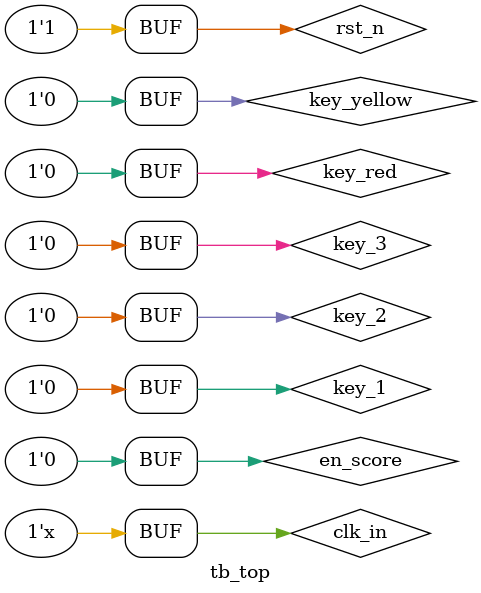
<source format=v>
module tb_top;
// Inputs
reg rst_n;
reg clk_in;
reg en_score;
wire clk_out;
reg key_1;
reg key_2;
reg key_3;
reg key_yellow;
reg key_red;

wire [7:0] dis_sel;
wire [3:0] dis_shu; 
wire [6:0] dis_seg;
wire [15:0] score;

top_basketball uut (
.rst_n(rst_n), 
.clk_in(clk_in), 
.en_score(en_score), 
.clk_out(clk_out),
.key_1(key_1), 
.key_2(key_2), 
.key_3(key_3), 
.key_yellow(key_yellow), 
.key_red(key_red),
.dis_sel(dis_sel), 
.dis_shu(dis_shu),
.dis_seg(dis_seg),
.score(score)
);

initial begin
// Initialize Inputs
rst_n = 0;
clk_in = 1;
//Ê¹ÄÜÐÅºÅ
en_score = 0;
//°´¼ü
key_1 = 0;
key_2 = 0;
key_3 = 0;
key_yellow = 0;
key_red = 0;

#1780;
rst_n = 1;
en_score = 1;
//»Æ¶ÓµÃ·Ö
#1040;
key_yellow = 1;
key_1 = 1;
key_2 = 0;
key_3 = 0;
#2880;
key_1 = 0;
key_2 = 1;
key_3 = 0;
#2880;
key_1 = 0;
key_2 = 0;
key_3 = 1;
#2880
key_yellow = 0;
//ºì¶ÓµÃ·Ö

key_red = 1;
key_1 = 1;
key_2 = 0;
key_3 = 0;
#2880;
key_1 = 0;
key_2 = 1;
key_3 = 0;
#2880;
key_1 = 0;
key_2 = 0;
key_3 = 1;
#2800
en_score = 0;
key_1 = 0; 
key_2 = 0;
key_3 = 1;
#2880
key_3 =0;
key_red = 0;
end
always #10 clk_in = ~clk_in;  
endmodule


</source>
